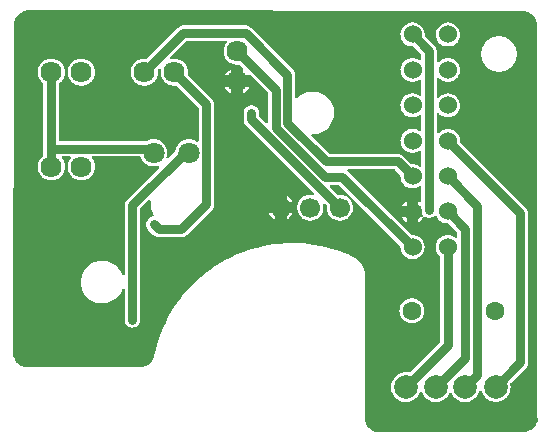
<source format=gbl>
G04 Layer: BottomLayer*
G04 EasyEDA v6.4.19.5, 2021-04-14T09:17:14--7:00*
G04 eb9943026e544659989be2c3a0539dbc,debd25b7e7f645e7808fdd9718494454,10*
G04 Gerber Generator version 0.2*
G04 Scale: 100 percent, Rotated: No, Reflected: No *
G04 Dimensions in millimeters *
G04 leading zeros omitted , absolute positions ,4 integer and 5 decimal *
%FSLAX45Y45*%
%MOMM*%

%ADD11C,0.8000*%
%ADD12C,0.6100*%
%ADD16C,1.7000*%
%ADD17C,1.5240*%
%ADD18C,1.8000*%
%ADD19C,1.7880*%
%ADD20C,1.6000*%
%ADD21C,2.0000*%

%LPD*%
G36*
X8840165Y4620310D02*
G01*
X8824772Y4621225D01*
X8811006Y4623612D01*
X8797645Y4627524D01*
X8784793Y4632909D01*
X8772652Y4639716D01*
X8761323Y4647844D01*
X8750960Y4657191D01*
X8741714Y4667605D01*
X8733688Y4678984D01*
X8727033Y4691227D01*
X8721750Y4704130D01*
X8717940Y4717542D01*
X8715654Y4731308D01*
X8714892Y4745634D01*
X8714892Y5948273D01*
X8713927Y5966663D01*
X8710777Y5986119D01*
X8710015Y5989370D01*
X8705494Y6005118D01*
X8704376Y6008268D01*
X8698077Y6023457D01*
X8696604Y6026454D01*
X8688679Y6040780D01*
X8686901Y6043625D01*
X8677351Y6056985D01*
X8675268Y6059576D01*
X8664295Y6071819D01*
X8661958Y6074156D01*
X8649716Y6085078D01*
X8647074Y6087160D01*
X8633663Y6096609D01*
X8630869Y6098387D01*
X8614359Y6107328D01*
X8569655Y6127546D01*
X8524036Y6145987D01*
X8477707Y6162497D01*
X8430768Y6177076D01*
X8383270Y6189726D01*
X8335264Y6200394D01*
X8286851Y6209080D01*
X8238134Y6215735D01*
X8189214Y6220409D01*
X8140090Y6223101D01*
X8090916Y6223711D01*
X8041792Y6222339D01*
X7992719Y6218936D01*
X7943850Y6213500D01*
X7895234Y6206032D01*
X7846974Y6196584D01*
X7799171Y6185204D01*
X7751876Y6171793D01*
X7705140Y6156502D01*
X7659065Y6139281D01*
X7613751Y6120180D01*
X7569301Y6099200D01*
X7525715Y6076442D01*
X7483094Y6051905D01*
X7441539Y6025642D01*
X7401102Y5997651D01*
X7361834Y5968034D01*
X7323836Y5936843D01*
X7287158Y5904077D01*
X7251852Y5869889D01*
X7217968Y5834227D01*
X7185609Y5797194D01*
X7154824Y5758891D01*
X7125563Y5719368D01*
X7098030Y5678627D01*
X7072172Y5636818D01*
X7048042Y5593943D01*
X7025741Y5550154D01*
X7005218Y5505450D01*
X6986574Y5459984D01*
X6969810Y5413756D01*
X6954977Y5366867D01*
X6942074Y5319420D01*
X6931406Y5272836D01*
X6927342Y5257850D01*
X6922109Y5244744D01*
X6915403Y5232298D01*
X6907326Y5220665D01*
X6897979Y5210048D01*
X6887514Y5200548D01*
X6875983Y5192318D01*
X6863638Y5185410D01*
X6850583Y5180025D01*
X6836968Y5176113D01*
X6823049Y5173726D01*
X6808520Y5172913D01*
X5860694Y5172913D01*
X5845200Y5173878D01*
X5831484Y5176266D01*
X5818124Y5180177D01*
X5805271Y5185562D01*
X5793079Y5192369D01*
X5781751Y5200497D01*
X5771438Y5209794D01*
X5762193Y5220258D01*
X5754166Y5231638D01*
X5747461Y5243880D01*
X5742228Y5256784D01*
X5738418Y5270195D01*
X5736132Y5283911D01*
X5735370Y5298236D01*
X5740654Y8060232D01*
X5741822Y8068462D01*
X5742787Y8083803D01*
X5745175Y8097520D01*
X5749086Y8110931D01*
X5754471Y8123783D01*
X5761278Y8135924D01*
X5769406Y8147253D01*
X5778703Y8157616D01*
X5789168Y8166862D01*
X5800547Y8174837D01*
X5812790Y8181543D01*
X5825693Y8186826D01*
X5839104Y8190636D01*
X5852871Y8192871D01*
X5867349Y8193684D01*
X5875782Y8194852D01*
X10030256Y8191500D01*
X10035032Y8190382D01*
X10041382Y8189518D01*
X10057079Y8189214D01*
X10071252Y8187283D01*
X10085120Y8183778D01*
X10098532Y8178647D01*
X10111232Y8172043D01*
X10123068Y8164017D01*
X10133888Y8154670D01*
X10143591Y8144103D01*
X10152024Y8132572D01*
X10159085Y8120075D01*
X10164622Y8106867D01*
X10168636Y8093151D01*
X10171023Y8079028D01*
X10172446Y8051038D01*
X10172446Y4763109D01*
X10173258Y4756505D01*
X10174935Y4751425D01*
X10177170Y4746599D01*
X10177881Y4744262D01*
X10178034Y4741824D01*
X10177576Y4734712D01*
X10175189Y4720996D01*
X10171277Y4707585D01*
X10165892Y4694732D01*
X10159085Y4682591D01*
X10150957Y4671263D01*
X10141610Y4660900D01*
X10131196Y4651654D01*
X10119766Y4643678D01*
X10107574Y4636973D01*
X10094671Y4631690D01*
X10081260Y4627880D01*
X10067493Y4625644D01*
X10053218Y4624832D01*
X10048494Y4624120D01*
X10043363Y4623003D01*
G37*

%LPC*%
G36*
X9059418Y4878171D02*
G01*
X9074556Y4879086D01*
X9089491Y4881829D01*
X9103969Y4886350D01*
X9117787Y4892548D01*
X9130792Y4900422D01*
X9142730Y4909769D01*
X9153448Y4920488D01*
X9162796Y4932426D01*
X9170670Y4945430D01*
X9176867Y4959248D01*
X9179306Y4964023D01*
X9182760Y4966563D01*
X9186926Y4967478D01*
X9191091Y4966563D01*
X9194546Y4964023D01*
X9196984Y4959248D01*
X9203182Y4945430D01*
X9211056Y4932426D01*
X9220403Y4920488D01*
X9231122Y4909769D01*
X9243060Y4900422D01*
X9256064Y4892548D01*
X9269882Y4886350D01*
X9284360Y4881829D01*
X9299295Y4879086D01*
X9314434Y4878171D01*
X9329572Y4879086D01*
X9344507Y4881829D01*
X9358985Y4886350D01*
X9372803Y4892548D01*
X9385808Y4900422D01*
X9397746Y4909769D01*
X9408464Y4920488D01*
X9417812Y4932426D01*
X9425686Y4945430D01*
X9428632Y4951933D01*
X9430816Y4955082D01*
X9434068Y4957165D01*
X9437878Y4957927D01*
X9441688Y4957165D01*
X9444939Y4955082D01*
X9447123Y4951933D01*
X9450070Y4945430D01*
X9457944Y4932426D01*
X9467291Y4920488D01*
X9478010Y4909769D01*
X9489948Y4900422D01*
X9502952Y4892548D01*
X9516770Y4886350D01*
X9531248Y4881829D01*
X9546183Y4879086D01*
X9561322Y4878171D01*
X9576460Y4879086D01*
X9591395Y4881829D01*
X9605873Y4886350D01*
X9619691Y4892548D01*
X9632696Y4900422D01*
X9644634Y4909769D01*
X9655352Y4920488D01*
X9664700Y4932426D01*
X9672574Y4945430D01*
X9678771Y4959248D01*
X9681819Y4968900D01*
X9683902Y4972608D01*
X9687306Y4975148D01*
X9691471Y4976012D01*
X9695688Y4975148D01*
X9699091Y4972608D01*
X9701174Y4968900D01*
X9703968Y4960061D01*
X9710166Y4946243D01*
X9718040Y4933238D01*
X9727387Y4921300D01*
X9738106Y4910582D01*
X9750044Y4901234D01*
X9763048Y4893360D01*
X9776866Y4887163D01*
X9791344Y4882642D01*
X9806279Y4879898D01*
X9821418Y4878984D01*
X9836556Y4879898D01*
X9851491Y4882642D01*
X9865969Y4887163D01*
X9879787Y4893360D01*
X9892792Y4901234D01*
X9904730Y4910582D01*
X9915448Y4921300D01*
X9924796Y4933238D01*
X9932670Y4946243D01*
X9938867Y4960061D01*
X9943388Y4974539D01*
X9946132Y4989474D01*
X9947046Y5004612D01*
X9946132Y5019751D01*
X9944506Y5028590D01*
X9944455Y5031841D01*
X9945420Y5034991D01*
X9947300Y5037632D01*
X10076840Y5167172D01*
X10083800Y5175300D01*
X10089184Y5184089D01*
X10093147Y5193588D01*
X10095534Y5203596D01*
X10096347Y5214264D01*
X10096347Y6475577D01*
X10095534Y6486245D01*
X10093147Y6496253D01*
X10089184Y6505752D01*
X10083800Y6514541D01*
X10076840Y6522669D01*
X9522307Y7076998D01*
X9520021Y7080453D01*
X9519361Y7084517D01*
X9519615Y7092188D01*
X9518243Y7105700D01*
X9515094Y7118959D01*
X9510217Y7131608D01*
X9503664Y7143546D01*
X9495586Y7154519D01*
X9486138Y7164273D01*
X9475470Y7172706D01*
X9463735Y7179665D01*
X9451238Y7184948D01*
X9438081Y7188555D01*
X9424619Y7190384D01*
X9411004Y7190384D01*
X9397542Y7188555D01*
X9384436Y7184948D01*
X9371888Y7179665D01*
X9360204Y7172706D01*
X9349536Y7164273D01*
X9339884Y7154316D01*
X9336633Y7152081D01*
X9332722Y7151268D01*
X9328759Y7151979D01*
X9325457Y7154164D01*
X9323222Y7157466D01*
X9322409Y7161428D01*
X9322409Y7316571D01*
X9323273Y7320584D01*
X9325610Y7323937D01*
X9329115Y7326071D01*
X9333179Y7326680D01*
X9337141Y7325664D01*
X9340342Y7323124D01*
X9343694Y7319162D01*
X9353804Y7310018D01*
X9364980Y7302296D01*
X9377121Y7296200D01*
X9389973Y7291730D01*
X9403334Y7288987D01*
X9416897Y7288123D01*
X9430461Y7288987D01*
X9443821Y7291730D01*
X9456674Y7296200D01*
X9468815Y7302296D01*
X9479991Y7310018D01*
X9490100Y7319162D01*
X9498888Y7329525D01*
X9506204Y7341006D01*
X9511944Y7353350D01*
X9515957Y7366304D01*
X9518243Y7379766D01*
X9518650Y7393330D01*
X9517329Y7406894D01*
X9514179Y7420102D01*
X9509252Y7432802D01*
X9502749Y7444740D01*
X9494672Y7455662D01*
X9485223Y7465466D01*
X9474555Y7473899D01*
X9462820Y7480808D01*
X9450324Y7486142D01*
X9437166Y7489748D01*
X9423704Y7491526D01*
X9410090Y7491526D01*
X9396628Y7489748D01*
X9383522Y7486142D01*
X9370974Y7480808D01*
X9359290Y7473899D01*
X9348571Y7465466D01*
X9339884Y7456474D01*
X9336633Y7454188D01*
X9332722Y7453375D01*
X9328759Y7454087D01*
X9325457Y7456322D01*
X9323222Y7459624D01*
X9322409Y7463536D01*
X9322409Y7616545D01*
X9323273Y7620558D01*
X9325610Y7623911D01*
X9329115Y7626096D01*
X9333179Y7626705D01*
X9337141Y7625638D01*
X9340342Y7623098D01*
X9343694Y7619136D01*
X9353804Y7609992D01*
X9364980Y7602321D01*
X9377121Y7596174D01*
X9389973Y7591704D01*
X9403334Y7589012D01*
X9416897Y7588097D01*
X9430461Y7589012D01*
X9443821Y7591704D01*
X9456674Y7596174D01*
X9468815Y7602321D01*
X9479991Y7609992D01*
X9490100Y7619136D01*
X9498888Y7629550D01*
X9506204Y7640980D01*
X9511944Y7653324D01*
X9515957Y7666329D01*
X9518243Y7679740D01*
X9518650Y7693355D01*
X9517329Y7706868D01*
X9514179Y7720126D01*
X9509252Y7732775D01*
X9502749Y7744714D01*
X9494672Y7755686D01*
X9485223Y7765440D01*
X9474555Y7773873D01*
X9462820Y7780832D01*
X9450324Y7786116D01*
X9437166Y7789722D01*
X9423704Y7791551D01*
X9410090Y7791551D01*
X9396628Y7789722D01*
X9383522Y7786116D01*
X9370974Y7780832D01*
X9359290Y7773873D01*
X9348571Y7765440D01*
X9339884Y7756448D01*
X9336633Y7754213D01*
X9332722Y7753350D01*
X9328759Y7754112D01*
X9325457Y7756296D01*
X9323222Y7759598D01*
X9322409Y7763509D01*
X9322409Y7849463D01*
X9321596Y7860131D01*
X9319209Y7870139D01*
X9315246Y7879638D01*
X9309862Y7888427D01*
X9302902Y7896555D01*
X9221368Y7978089D01*
X9219133Y7981543D01*
X9218422Y7985607D01*
X9218676Y7993329D01*
X9217304Y8006892D01*
X9214154Y8020100D01*
X9209278Y8032800D01*
X9202724Y8044738D01*
X9194647Y8055660D01*
X9185198Y8065465D01*
X9174530Y8073898D01*
X9162846Y8080806D01*
X9150299Y8086140D01*
X9137192Y8089747D01*
X9123680Y8091525D01*
X9110116Y8091525D01*
X9096603Y8089747D01*
X9083497Y8086140D01*
X9070949Y8080806D01*
X9059265Y8073898D01*
X9048597Y8065465D01*
X9039148Y8055660D01*
X9031071Y8044738D01*
X9024518Y8032800D01*
X9019641Y8020100D01*
X9016492Y8006892D01*
X9015120Y7993329D01*
X9015577Y7979765D01*
X9017863Y7966354D01*
X9021876Y7953349D01*
X9027617Y7941005D01*
X9034932Y7929524D01*
X9043720Y7919161D01*
X9053779Y7910017D01*
X9065006Y7902295D01*
X9077147Y7896199D01*
X9089999Y7891729D01*
X9103309Y7889036D01*
X9116923Y7888122D01*
X9120530Y7888325D01*
X9124797Y7887716D01*
X9128404Y7885379D01*
X9188145Y7825638D01*
X9190329Y7822336D01*
X9191142Y7818475D01*
X9191142Y7781747D01*
X9190126Y7777378D01*
X9187332Y7773822D01*
X9183268Y7771841D01*
X9178747Y7771841D01*
X9174530Y7773873D01*
X9162846Y7780832D01*
X9150299Y7786116D01*
X9137192Y7789722D01*
X9123680Y7791551D01*
X9110116Y7791551D01*
X9096603Y7789722D01*
X9083497Y7786116D01*
X9070949Y7780832D01*
X9059265Y7773873D01*
X9048597Y7765440D01*
X9039148Y7755686D01*
X9031071Y7744714D01*
X9024518Y7732775D01*
X9019641Y7720126D01*
X9016492Y7706868D01*
X9015120Y7693355D01*
X9015577Y7679740D01*
X9017863Y7666329D01*
X9021876Y7653324D01*
X9027617Y7640980D01*
X9034932Y7629550D01*
X9043720Y7619136D01*
X9053779Y7609992D01*
X9065006Y7602321D01*
X9077147Y7596174D01*
X9089999Y7591704D01*
X9103309Y7589012D01*
X9116923Y7588097D01*
X9130487Y7589012D01*
X9143796Y7591704D01*
X9156649Y7596174D01*
X9168790Y7602321D01*
X9175191Y7606741D01*
X9179255Y7608366D01*
X9183624Y7608163D01*
X9187535Y7606080D01*
X9190177Y7602626D01*
X9191142Y7598359D01*
X9191142Y7481773D01*
X9190126Y7477353D01*
X9187332Y7473848D01*
X9183268Y7471867D01*
X9178747Y7471867D01*
X9174530Y7473899D01*
X9162846Y7480808D01*
X9150299Y7486142D01*
X9137192Y7489748D01*
X9123680Y7491526D01*
X9110116Y7491526D01*
X9096603Y7489748D01*
X9083497Y7486142D01*
X9070949Y7480808D01*
X9059265Y7473899D01*
X9048597Y7465466D01*
X9039148Y7455662D01*
X9031071Y7444740D01*
X9024518Y7432802D01*
X9019641Y7420102D01*
X9016492Y7406894D01*
X9015120Y7393330D01*
X9015577Y7379766D01*
X9017863Y7366304D01*
X9021876Y7353350D01*
X9027617Y7341006D01*
X9034932Y7329525D01*
X9043720Y7319162D01*
X9053779Y7310018D01*
X9065006Y7302296D01*
X9077147Y7296200D01*
X9089999Y7291730D01*
X9103309Y7288987D01*
X9116923Y7288123D01*
X9130487Y7288987D01*
X9143796Y7291730D01*
X9156649Y7296200D01*
X9168790Y7302296D01*
X9175191Y7306716D01*
X9179255Y7308342D01*
X9183624Y7308138D01*
X9187535Y7306106D01*
X9190177Y7302601D01*
X9191142Y7298334D01*
X9191142Y7181748D01*
X9190126Y7177379D01*
X9187332Y7173823D01*
X9183268Y7171842D01*
X9178747Y7171842D01*
X9174530Y7173874D01*
X9162846Y7180834D01*
X9150299Y7186117D01*
X9137192Y7189724D01*
X9123680Y7191552D01*
X9110116Y7191552D01*
X9096603Y7189724D01*
X9083497Y7186117D01*
X9070949Y7180834D01*
X9059265Y7173874D01*
X9048597Y7165441D01*
X9039148Y7155688D01*
X9031071Y7144715D01*
X9024518Y7132777D01*
X9019641Y7120128D01*
X9016492Y7106869D01*
X9015120Y7093356D01*
X9015577Y7079742D01*
X9017863Y7066330D01*
X9021876Y7053325D01*
X9027617Y7040981D01*
X9034932Y7029551D01*
X9043720Y7019137D01*
X9053779Y7009993D01*
X9065006Y7002322D01*
X9077147Y6996175D01*
X9089999Y6991705D01*
X9103309Y6989013D01*
X9116923Y6988098D01*
X9130487Y6989013D01*
X9143796Y6991705D01*
X9156649Y6996175D01*
X9168790Y7002322D01*
X9175191Y7006742D01*
X9179255Y7008368D01*
X9183624Y7008164D01*
X9187535Y7006081D01*
X9190177Y7002627D01*
X9191142Y6998360D01*
X9191142Y6881774D01*
X9190126Y6877354D01*
X9187332Y6873849D01*
X9183268Y6871868D01*
X9178747Y6871868D01*
X9174530Y6873900D01*
X9162846Y6880809D01*
X9150299Y6886143D01*
X9137192Y6889750D01*
X9123680Y6891528D01*
X9112402Y6891528D01*
X9108490Y6892290D01*
X9105188Y6894525D01*
X9038844Y6960971D01*
X9030716Y6967931D01*
X9021978Y6973316D01*
X9012428Y6977278D01*
X9002420Y6979716D01*
X8991701Y6980529D01*
X8414156Y6980529D01*
X8410244Y6981342D01*
X8406942Y6983526D01*
X8262061Y7128357D01*
X8259825Y7131659D01*
X8259064Y7135622D01*
X8259876Y7139533D01*
X8262162Y7142835D01*
X8265515Y7144969D01*
X8269478Y7145680D01*
X8277910Y7145477D01*
X8296452Y7146899D01*
X8314740Y7150252D01*
X8332622Y7155434D01*
X8349843Y7162444D01*
X8366252Y7171181D01*
X8381695Y7181545D01*
X8395970Y7193483D01*
X8408924Y7206792D01*
X8420506Y7221372D01*
X8430463Y7237069D01*
X8438794Y7253731D01*
X8445347Y7271105D01*
X8450072Y7289088D01*
X8452967Y7307478D01*
X8453882Y7326020D01*
X8452967Y7344613D01*
X8450072Y7363002D01*
X8445347Y7380986D01*
X8438794Y7398359D01*
X8430463Y7415022D01*
X8420506Y7430719D01*
X8408924Y7445298D01*
X8395970Y7458608D01*
X8381695Y7470546D01*
X8366252Y7480909D01*
X8349843Y7489647D01*
X8332622Y7496657D01*
X8314740Y7501839D01*
X8296452Y7505192D01*
X8277910Y7506614D01*
X8259318Y7506157D01*
X8240877Y7503769D01*
X8222792Y7499502D01*
X8205216Y7493355D01*
X8188350Y7485481D01*
X8172399Y7475931D01*
X8157565Y7464755D01*
X8143900Y7452106D01*
X8141360Y7449210D01*
X8138109Y7446772D01*
X8134146Y7445756D01*
X8130133Y7446416D01*
X8126679Y7448600D01*
X8124342Y7451953D01*
X8123529Y7455916D01*
X8123529Y7648295D01*
X8122716Y7658963D01*
X8120329Y7668971D01*
X8116366Y7678470D01*
X8110981Y7687259D01*
X8104022Y7695387D01*
X7750759Y8048650D01*
X7742631Y8055609D01*
X7733842Y8060994D01*
X7724343Y8064957D01*
X7714335Y8067344D01*
X7703667Y8068157D01*
X7177430Y8068157D01*
X7166762Y8067344D01*
X7156754Y8064957D01*
X7147255Y8060994D01*
X7138466Y8055609D01*
X7130338Y8048650D01*
X6869277Y7787640D01*
X6866636Y7785709D01*
X6863486Y7784744D01*
X6845300Y7785811D01*
X6830872Y7784947D01*
X6816699Y7782204D01*
X6802932Y7777734D01*
X6789877Y7771587D01*
X6777685Y7763865D01*
X6766559Y7754670D01*
X6756653Y7744104D01*
X6748170Y7732420D01*
X6741210Y7719771D01*
X6735876Y7706359D01*
X6732320Y7692339D01*
X6730492Y7678013D01*
X6730492Y7663586D01*
X6732320Y7649260D01*
X6735876Y7635240D01*
X6741210Y7621828D01*
X6748170Y7609179D01*
X6756653Y7597495D01*
X6766559Y7586929D01*
X6777685Y7577734D01*
X6789877Y7570012D01*
X6802932Y7563866D01*
X6816699Y7559395D01*
X6830872Y7556652D01*
X6845300Y7555788D01*
X6859727Y7556652D01*
X6873900Y7559395D01*
X6887667Y7563866D01*
X6900722Y7570012D01*
X6912914Y7577734D01*
X6924040Y7586929D01*
X6933946Y7597495D01*
X6942429Y7609179D01*
X6949389Y7621828D01*
X6954723Y7635240D01*
X6958279Y7649260D01*
X6960108Y7663586D01*
X6960108Y7678013D01*
X6959092Y7686192D01*
X6959142Y7689240D01*
X6960158Y7692136D01*
X6961987Y7694625D01*
X6969252Y7701889D01*
X6972706Y7704175D01*
X6976872Y7704836D01*
X6980885Y7703820D01*
X6984187Y7701229D01*
X6986168Y7697571D01*
X6986473Y7693406D01*
X6984492Y7678013D01*
X6984492Y7663586D01*
X6986320Y7649260D01*
X6989876Y7635240D01*
X6995210Y7621828D01*
X7002170Y7609179D01*
X7010653Y7597495D01*
X7020559Y7586929D01*
X7031685Y7577734D01*
X7043877Y7570012D01*
X7056932Y7563866D01*
X7070699Y7559395D01*
X7084872Y7556652D01*
X7099300Y7555788D01*
X7117486Y7556855D01*
X7120636Y7555890D01*
X7123277Y7553959D01*
X7302703Y7374534D01*
X7304887Y7371232D01*
X7305700Y7367371D01*
X7305700Y7091375D01*
X7304735Y7087057D01*
X7301992Y7083552D01*
X7298029Y7081520D01*
X7293609Y7081367D01*
X7289546Y7083145D01*
X7285837Y7085838D01*
X7273137Y7092848D01*
X7259624Y7098182D01*
X7245553Y7101789D01*
X7231176Y7103618D01*
X7216648Y7103618D01*
X7202220Y7101789D01*
X7188149Y7098182D01*
X7174687Y7092848D01*
X7161936Y7085838D01*
X7150201Y7077303D01*
X7139584Y7067346D01*
X7130338Y7056170D01*
X7122566Y7043928D01*
X7116368Y7030770D01*
X7111898Y7016953D01*
X7109053Y7001916D01*
X7108037Y6999071D01*
X7106259Y6996633D01*
X7049871Y6940194D01*
X7046061Y6937806D01*
X7041591Y6937298D01*
X7037374Y6938721D01*
X7034123Y6941870D01*
X7032599Y6946087D01*
X7033006Y6950557D01*
X7035901Y6959447D01*
X7038644Y6973722D01*
X7039559Y6988200D01*
X7038644Y7002678D01*
X7035901Y7016953D01*
X7031431Y7030770D01*
X7025233Y7043928D01*
X7017461Y7056170D01*
X7008215Y7067346D01*
X6997598Y7077303D01*
X6985863Y7085838D01*
X6973112Y7092848D01*
X6959650Y7098182D01*
X6945579Y7101789D01*
X6931152Y7103618D01*
X6916623Y7103618D01*
X6902246Y7101789D01*
X6888175Y7098182D01*
X6874662Y7092848D01*
X6870446Y7090511D01*
X6868109Y7089597D01*
X6865569Y7089241D01*
X6133693Y7089241D01*
X6129832Y7090054D01*
X6126530Y7092238D01*
X6124346Y7095540D01*
X6123533Y7099401D01*
X6123533Y7571333D01*
X6124498Y7575651D01*
X6127242Y7579156D01*
X6136640Y7586929D01*
X6146546Y7597495D01*
X6155029Y7609179D01*
X6161989Y7621828D01*
X6167323Y7635240D01*
X6170879Y7649260D01*
X6172708Y7663586D01*
X6172708Y7678013D01*
X6170879Y7692339D01*
X6167323Y7706359D01*
X6161989Y7719771D01*
X6155029Y7732420D01*
X6146546Y7744104D01*
X6136640Y7754670D01*
X6125514Y7763865D01*
X6113322Y7771587D01*
X6100267Y7777734D01*
X6086500Y7782204D01*
X6072327Y7784947D01*
X6057900Y7785811D01*
X6043472Y7784947D01*
X6029299Y7782204D01*
X6015532Y7777734D01*
X6002477Y7771587D01*
X5990285Y7763865D01*
X5979160Y7754670D01*
X5969254Y7744104D01*
X5960770Y7732420D01*
X5953810Y7719771D01*
X5948476Y7706359D01*
X5944920Y7692339D01*
X5943092Y7678013D01*
X5943092Y7663586D01*
X5944920Y7649260D01*
X5948476Y7635240D01*
X5953810Y7621828D01*
X5960770Y7609179D01*
X5969254Y7597495D01*
X5979160Y7586929D01*
X5988558Y7579156D01*
X5991301Y7575651D01*
X5992266Y7571333D01*
X5992266Y6970166D01*
X5991301Y6965848D01*
X5988558Y6962343D01*
X5979160Y6954570D01*
X5969254Y6944004D01*
X5960770Y6932320D01*
X5953810Y6919671D01*
X5948476Y6906259D01*
X5944920Y6892239D01*
X5943092Y6877913D01*
X5943092Y6863486D01*
X5944920Y6849160D01*
X5948476Y6835140D01*
X5953810Y6821728D01*
X5960770Y6809079D01*
X5969254Y6797395D01*
X5979160Y6786829D01*
X5990285Y6777634D01*
X6002477Y6769912D01*
X6015532Y6763766D01*
X6029299Y6759295D01*
X6043472Y6756552D01*
X6057900Y6755688D01*
X6072327Y6756552D01*
X6086500Y6759295D01*
X6100267Y6763766D01*
X6113322Y6769912D01*
X6125514Y6777634D01*
X6136640Y6786829D01*
X6146546Y6797395D01*
X6155029Y6809079D01*
X6161989Y6821728D01*
X6167323Y6835140D01*
X6170879Y6849160D01*
X6172708Y6863486D01*
X6172708Y6877913D01*
X6170879Y6892239D01*
X6167323Y6906259D01*
X6161989Y6919671D01*
X6155029Y6932320D01*
X6148120Y6941820D01*
X6146393Y6945884D01*
X6146495Y6950303D01*
X6148527Y6954266D01*
X6152032Y6957009D01*
X6156350Y6957974D01*
X6213449Y6957974D01*
X6217767Y6957009D01*
X6221272Y6954266D01*
X6223304Y6950303D01*
X6223406Y6945884D01*
X6221679Y6941820D01*
X6214770Y6932320D01*
X6207810Y6919671D01*
X6202476Y6906259D01*
X6198920Y6892239D01*
X6197092Y6877913D01*
X6197092Y6863486D01*
X6198920Y6849160D01*
X6202476Y6835140D01*
X6207810Y6821728D01*
X6214770Y6809079D01*
X6223254Y6797395D01*
X6233160Y6786829D01*
X6244285Y6777634D01*
X6256477Y6769912D01*
X6269532Y6763766D01*
X6283299Y6759295D01*
X6297472Y6756552D01*
X6311900Y6755688D01*
X6326327Y6756552D01*
X6340500Y6759295D01*
X6354267Y6763766D01*
X6367322Y6769912D01*
X6379514Y6777634D01*
X6390640Y6786829D01*
X6400546Y6797395D01*
X6409029Y6809079D01*
X6415989Y6821728D01*
X6421323Y6835140D01*
X6424879Y6849160D01*
X6426708Y6863486D01*
X6426708Y6877913D01*
X6424879Y6892239D01*
X6421323Y6906259D01*
X6415989Y6919671D01*
X6409029Y6932320D01*
X6402120Y6941820D01*
X6400393Y6945884D01*
X6400495Y6950303D01*
X6402527Y6954266D01*
X6406032Y6957009D01*
X6410350Y6957974D01*
X6805015Y6957974D01*
X6809130Y6957059D01*
X6812534Y6954570D01*
X6814667Y6950913D01*
X6816394Y6945630D01*
X6822592Y6932472D01*
X6830364Y6920230D01*
X6839610Y6909053D01*
X6850176Y6899097D01*
X6861962Y6890562D01*
X6874662Y6883552D01*
X6888175Y6878218D01*
X6902246Y6874611D01*
X6916623Y6872782D01*
X6931152Y6872782D01*
X6945579Y6874611D01*
X6964730Y6879437D01*
X6968591Y6878574D01*
X6971842Y6876389D01*
X6973976Y6873087D01*
X6974738Y6869226D01*
X6973976Y6865366D01*
X6971741Y6862064D01*
X6698792Y6588963D01*
X6691884Y6580835D01*
X6686499Y6572046D01*
X6682536Y6562547D01*
X6680149Y6552539D01*
X6679336Y6541871D01*
X6679336Y5957011D01*
X6678523Y5953048D01*
X6676288Y5949746D01*
X6672935Y5947562D01*
X6668973Y5946851D01*
X6665061Y5947714D01*
X6661759Y5950000D01*
X6659625Y5953404D01*
X6655206Y5965139D01*
X6646925Y5981750D01*
X6636918Y5997448D01*
X6625386Y6012027D01*
X6612381Y6025388D01*
X6598107Y6037275D01*
X6582714Y6047689D01*
X6566255Y6056426D01*
X6549034Y6063437D01*
X6531203Y6068618D01*
X6512915Y6071920D01*
X6494373Y6073394D01*
X6475780Y6072886D01*
X6457289Y6070498D01*
X6439204Y6066231D01*
X6421628Y6060135D01*
X6404813Y6052261D01*
X6388862Y6042660D01*
X6373977Y6031534D01*
X6360312Y6018885D01*
X6348069Y6004915D01*
X6337300Y5989726D01*
X6328105Y5973572D01*
X6320688Y5956503D01*
X6314998Y5938824D01*
X6311188Y5920587D01*
X6309309Y5902096D01*
X6309309Y5883503D01*
X6311188Y5865012D01*
X6314998Y5846775D01*
X6320688Y5829096D01*
X6328105Y5812028D01*
X6337300Y5795873D01*
X6348069Y5780684D01*
X6360312Y5766714D01*
X6373977Y5754065D01*
X6388862Y5742940D01*
X6404813Y5733338D01*
X6421628Y5725464D01*
X6439204Y5719368D01*
X6457289Y5715101D01*
X6475780Y5712714D01*
X6494373Y5712206D01*
X6512915Y5713628D01*
X6531203Y5716981D01*
X6549034Y5722162D01*
X6566255Y5729173D01*
X6582714Y5737910D01*
X6598107Y5748324D01*
X6612381Y5760212D01*
X6625386Y5773572D01*
X6636918Y5788152D01*
X6646925Y5803849D01*
X6655206Y5820460D01*
X6659625Y5832195D01*
X6661759Y5835599D01*
X6665061Y5837885D01*
X6668973Y5838748D01*
X6672935Y5838037D01*
X6676288Y5835853D01*
X6678523Y5832551D01*
X6679336Y5828588D01*
X6679336Y5574182D01*
X6680149Y5563514D01*
X6682536Y5553506D01*
X6686499Y5544007D01*
X6691884Y5535218D01*
X6698589Y5527395D01*
X6706412Y5520690D01*
X6715201Y5515305D01*
X6724700Y5511342D01*
X6734708Y5508955D01*
X6744970Y5508142D01*
X6755231Y5508955D01*
X6765239Y5511342D01*
X6774738Y5515305D01*
X6783527Y5520690D01*
X6791350Y5527395D01*
X6798056Y5535218D01*
X6803440Y5544007D01*
X6807403Y5553506D01*
X6809790Y5563514D01*
X6810603Y5574182D01*
X6810603Y6510883D01*
X6811416Y6514795D01*
X6813600Y6518046D01*
X6882942Y6587490D01*
X6886397Y6589725D01*
X6890512Y6590436D01*
X6894525Y6589471D01*
X6897827Y6586981D01*
X6899808Y6583375D01*
X6900265Y6579260D01*
X6898487Y6562242D01*
X6898487Y6544157D01*
X6900367Y6526174D01*
X6904075Y6508445D01*
X6909562Y6491224D01*
X6916775Y6474663D01*
X6922820Y6463995D01*
X6924040Y6460439D01*
X6923887Y6456730D01*
X6922414Y6453276D01*
X6919772Y6450634D01*
X6916369Y6449110D01*
X6906310Y6446723D01*
X6896811Y6442760D01*
X6888022Y6437376D01*
X6880199Y6430670D01*
X6873494Y6422847D01*
X6868109Y6414058D01*
X6864146Y6404559D01*
X6861759Y6394551D01*
X6860946Y6384290D01*
X6861759Y6374028D01*
X6864146Y6364020D01*
X6868109Y6354521D01*
X6873494Y6345732D01*
X6880453Y6337604D01*
X6923074Y6294983D01*
X6931202Y6288024D01*
X6939991Y6282639D01*
X6949490Y6278676D01*
X6959498Y6276289D01*
X6970166Y6275476D01*
X7159345Y6275476D01*
X7170013Y6276289D01*
X7180021Y6278676D01*
X7189520Y6282639D01*
X7198309Y6288024D01*
X7206437Y6294983D01*
X7417460Y6506006D01*
X7424420Y6514134D01*
X7429804Y6522923D01*
X7433767Y6532422D01*
X7436154Y6542430D01*
X7436967Y6553098D01*
X7436967Y7398359D01*
X7436154Y7409027D01*
X7433767Y7419035D01*
X7429804Y7428534D01*
X7424420Y7437323D01*
X7417460Y7445451D01*
X7215987Y7646974D01*
X7214158Y7649464D01*
X7213142Y7652359D01*
X7213092Y7655407D01*
X7214108Y7663586D01*
X7214108Y7678013D01*
X7212279Y7692339D01*
X7208723Y7706359D01*
X7203389Y7719771D01*
X7196429Y7732420D01*
X7187946Y7744104D01*
X7178040Y7754670D01*
X7166914Y7763865D01*
X7154722Y7771587D01*
X7141667Y7777734D01*
X7127900Y7782204D01*
X7113727Y7784947D01*
X7099300Y7785811D01*
X7084872Y7784947D01*
X7077049Y7783423D01*
X7072731Y7783525D01*
X7068921Y7785404D01*
X7066127Y7788656D01*
X7065009Y7792770D01*
X7065619Y7796987D01*
X7067956Y7800594D01*
X7201255Y7933893D01*
X7204557Y7936077D01*
X7208418Y7936890D01*
X7535113Y7936890D01*
X7538872Y7936179D01*
X7542072Y7934096D01*
X7544308Y7931048D01*
X7545273Y7927340D01*
X7544816Y7923580D01*
X7542936Y7920228D01*
X7539634Y7916214D01*
X7531912Y7904022D01*
X7525766Y7890967D01*
X7521295Y7877200D01*
X7518552Y7863027D01*
X7517688Y7848600D01*
X7518552Y7834172D01*
X7521295Y7819999D01*
X7525766Y7806232D01*
X7531912Y7793177D01*
X7539634Y7780985D01*
X7548829Y7769859D01*
X7559395Y7759953D01*
X7571079Y7751470D01*
X7583728Y7744510D01*
X7597140Y7739176D01*
X7611160Y7735620D01*
X7625486Y7733792D01*
X7639913Y7733792D01*
X7648092Y7734808D01*
X7651140Y7734757D01*
X7654036Y7733741D01*
X7656525Y7731912D01*
X7680756Y7707680D01*
X7682992Y7704378D01*
X7683753Y7700518D01*
X7683753Y7645653D01*
X7738618Y7645653D01*
X7742478Y7644892D01*
X7745780Y7642656D01*
X7892999Y7495438D01*
X7895183Y7492136D01*
X7895996Y7488275D01*
X7895996Y7246518D01*
X7895183Y7242606D01*
X7892999Y7239355D01*
X7889697Y7237120D01*
X7885836Y7236358D01*
X7881924Y7237120D01*
X7878622Y7239355D01*
X7820964Y7297013D01*
X7818780Y7300315D01*
X7817967Y7304176D01*
X7817967Y7324699D01*
X7817154Y7335367D01*
X7814767Y7345375D01*
X7810804Y7354874D01*
X7805420Y7363663D01*
X7798714Y7371486D01*
X7790891Y7378192D01*
X7782102Y7383576D01*
X7772603Y7387539D01*
X7762595Y7389926D01*
X7752334Y7390739D01*
X7742072Y7389926D01*
X7732064Y7387539D01*
X7722565Y7383576D01*
X7713776Y7378192D01*
X7705953Y7371486D01*
X7699248Y7363663D01*
X7693863Y7354874D01*
X7689900Y7345375D01*
X7687513Y7335367D01*
X7686700Y7324699D01*
X7686700Y7273188D01*
X7687513Y7262520D01*
X7689900Y7252512D01*
X7693863Y7243013D01*
X7699248Y7234224D01*
X7706207Y7226096D01*
X8283397Y6648856D01*
X8285734Y6645300D01*
X8286343Y6641033D01*
X8285175Y6636918D01*
X8282431Y6633667D01*
X8278520Y6631787D01*
X8274253Y6631736D01*
X8265312Y6633464D01*
X8251190Y6634378D01*
X8237067Y6633464D01*
X8223148Y6630771D01*
X8209686Y6626301D01*
X8196884Y6620154D01*
X8184997Y6612381D01*
X8174228Y6603187D01*
X8164677Y6592722D01*
X8156600Y6581089D01*
X8150047Y6568541D01*
X8145119Y6555231D01*
X8141970Y6541414D01*
X8140598Y6527292D01*
X8141055Y6513118D01*
X8143341Y6499098D01*
X8147354Y6485534D01*
X8153095Y6472580D01*
X8160461Y6460439D01*
X8169300Y6449364D01*
X8179460Y6439509D01*
X8190839Y6431026D01*
X8203184Y6424066D01*
X8216341Y6418732D01*
X8230057Y6415125D01*
X8244078Y6413347D01*
X8258302Y6413347D01*
X8272322Y6415125D01*
X8286038Y6418732D01*
X8299196Y6424066D01*
X8311540Y6431026D01*
X8322919Y6439509D01*
X8333079Y6449364D01*
X8341918Y6460439D01*
X8349284Y6472580D01*
X8355025Y6485534D01*
X8359038Y6499098D01*
X8361324Y6513118D01*
X8361781Y6527292D01*
X8360409Y6541414D01*
X8359241Y6546494D01*
X8359190Y6550812D01*
X8360968Y6554774D01*
X8364220Y6557619D01*
X8368385Y6558889D01*
X8372703Y6558280D01*
X8376310Y6555943D01*
X8388654Y6543598D01*
X8391042Y6539839D01*
X8391601Y6535420D01*
X8390788Y6527292D01*
X8391245Y6513118D01*
X8393531Y6499098D01*
X8397544Y6485534D01*
X8403285Y6472580D01*
X8410651Y6460439D01*
X8419490Y6449364D01*
X8429650Y6439509D01*
X8441029Y6431026D01*
X8453374Y6424066D01*
X8466531Y6418732D01*
X8480247Y6415125D01*
X8494268Y6413347D01*
X8508492Y6413347D01*
X8522512Y6415125D01*
X8536228Y6418732D01*
X8549386Y6424066D01*
X8561730Y6431026D01*
X8573109Y6439509D01*
X8583269Y6449364D01*
X8592108Y6460439D01*
X8599474Y6472580D01*
X8605215Y6485534D01*
X8609228Y6499098D01*
X8611514Y6513118D01*
X8611971Y6527292D01*
X8610600Y6541414D01*
X8607450Y6555231D01*
X8602522Y6568541D01*
X8595969Y6581089D01*
X8587892Y6592722D01*
X8578342Y6603187D01*
X8567572Y6612381D01*
X8555685Y6620154D01*
X8542883Y6626301D01*
X8529421Y6630771D01*
X8515502Y6633464D01*
X8501380Y6634378D01*
X8489238Y6633565D01*
X8485022Y6634225D01*
X8481415Y6636562D01*
X8416645Y6701332D01*
X8414410Y6704634D01*
X8413648Y6708546D01*
X8414410Y6712407D01*
X8416645Y6715709D01*
X8419896Y6717893D01*
X8423808Y6718706D01*
X8491067Y6718706D01*
X8494928Y6717893D01*
X8498230Y6715709D01*
X9012224Y6201714D01*
X9014612Y6197955D01*
X9015120Y6193332D01*
X9015577Y6179718D01*
X9017863Y6166307D01*
X9021876Y6153353D01*
X9027617Y6141008D01*
X9034932Y6129528D01*
X9043720Y6119164D01*
X9053779Y6110020D01*
X9065006Y6102299D01*
X9077147Y6096203D01*
X9089999Y6091732D01*
X9103309Y6088989D01*
X9116923Y6088126D01*
X9130487Y6088989D01*
X9143796Y6091732D01*
X9156649Y6096203D01*
X9168790Y6102299D01*
X9180017Y6110020D01*
X9190075Y6119164D01*
X9198864Y6129528D01*
X9206179Y6141008D01*
X9211919Y6153353D01*
X9215932Y6166307D01*
X9218218Y6179718D01*
X9218676Y6193332D01*
X9217304Y6206896D01*
X9214154Y6220104D01*
X9209278Y6232804D01*
X9202724Y6244742D01*
X9194647Y6255664D01*
X9185198Y6265468D01*
X9174530Y6273901D01*
X9162846Y6280810D01*
X9150299Y6286144D01*
X9137192Y6289700D01*
X9123680Y6291529D01*
X9112300Y6291529D01*
X9108440Y6292291D01*
X9105138Y6294526D01*
X8569147Y6830466D01*
X8565642Y6834581D01*
X8564575Y6838543D01*
X8565235Y6842607D01*
X8567369Y6846062D01*
X8570722Y6848398D01*
X8574735Y6849262D01*
X8960662Y6849262D01*
X8964574Y6848449D01*
X8967876Y6846265D01*
X9012224Y6801764D01*
X9014612Y6798005D01*
X9015120Y6793331D01*
X9015577Y6779768D01*
X9017863Y6766306D01*
X9021876Y6753352D01*
X9027617Y6741007D01*
X9034932Y6729526D01*
X9043720Y6719163D01*
X9053779Y6710019D01*
X9065006Y6702298D01*
X9077147Y6696202D01*
X9089999Y6691731D01*
X9103309Y6688988D01*
X9116923Y6688124D01*
X9130487Y6688988D01*
X9143796Y6691731D01*
X9156649Y6696202D01*
X9168790Y6702298D01*
X9175191Y6706717D01*
X9179255Y6708343D01*
X9183624Y6708140D01*
X9187535Y6706108D01*
X9190177Y6702602D01*
X9191142Y6698335D01*
X9191142Y6581749D01*
X9190126Y6577380D01*
X9187332Y6573824D01*
X9183268Y6571843D01*
X9178747Y6571843D01*
X9174530Y6573875D01*
X9162846Y6580835D01*
X9161373Y6581444D01*
X9161373Y6534404D01*
X9180982Y6534404D01*
X9184843Y6533591D01*
X9188145Y6531406D01*
X9190329Y6528104D01*
X9191142Y6524244D01*
X9191142Y6504076D01*
X9191955Y6493408D01*
X9194342Y6483400D01*
X9198305Y6473901D01*
X9203690Y6465112D01*
X9206128Y6462217D01*
X9208008Y6458915D01*
X9208566Y6455105D01*
X9207601Y6451396D01*
X9205417Y6448298D01*
X9202166Y6446215D01*
X9198406Y6445504D01*
X9161373Y6445504D01*
X9161373Y6398564D01*
X9168790Y6402324D01*
X9180017Y6409994D01*
X9190075Y6419138D01*
X9198864Y6429552D01*
X9206179Y6440982D01*
X9207500Y6443827D01*
X9210090Y6447231D01*
X9213799Y6449314D01*
X9218015Y6449618D01*
X9222028Y6448247D01*
X9227007Y6445199D01*
X9236506Y6441236D01*
X9246514Y6438849D01*
X9256776Y6438036D01*
X9267037Y6438849D01*
X9277045Y6441236D01*
X9286544Y6445199D01*
X9295333Y6450584D01*
X9304629Y6458610D01*
X9307880Y6460591D01*
X9311589Y6461302D01*
X9315348Y6460540D01*
X9318548Y6458508D01*
X9320784Y6455410D01*
X9326778Y6442456D01*
X9334093Y6430975D01*
X9342882Y6420612D01*
X9352940Y6411468D01*
X9364167Y6403797D01*
X9376308Y6397650D01*
X9389160Y6393180D01*
X9402521Y6390487D01*
X9416084Y6389573D01*
X9419945Y6389827D01*
X9424162Y6389217D01*
X9427768Y6386880D01*
X9494723Y6319926D01*
X9496907Y6316624D01*
X9497720Y6312763D01*
X9497720Y6275171D01*
X9496704Y6270802D01*
X9493910Y6267246D01*
X9489846Y6265265D01*
X9485325Y6265265D01*
X9481261Y6267196D01*
X9471812Y6274663D01*
X9460128Y6281572D01*
X9447580Y6286906D01*
X9434474Y6290462D01*
X9421012Y6292291D01*
X9407398Y6292291D01*
X9393936Y6290462D01*
X9380778Y6286906D01*
X9368282Y6281572D01*
X9356547Y6274663D01*
X9345879Y6266230D01*
X9336430Y6256426D01*
X9328353Y6245504D01*
X9321800Y6233566D01*
X9316923Y6220866D01*
X9313773Y6207607D01*
X9312402Y6194094D01*
X9312859Y6180480D01*
X9315145Y6167069D01*
X9319158Y6154115D01*
X9324898Y6141770D01*
X9332214Y6130290D01*
X9341002Y6119876D01*
X9345269Y6116066D01*
X9347708Y6112611D01*
X9348622Y6108496D01*
X9348622Y5390032D01*
X9347809Y5386171D01*
X9345625Y5382869D01*
X9092488Y5129682D01*
X9089847Y5127802D01*
X9086697Y5126837D01*
X9083446Y5126888D01*
X9074556Y5128514D01*
X9059418Y5129428D01*
X9044279Y5128514D01*
X9029344Y5125770D01*
X9014866Y5121249D01*
X9001048Y5115052D01*
X8988044Y5107178D01*
X8976106Y5097830D01*
X8965387Y5087112D01*
X8956040Y5075174D01*
X8948166Y5062169D01*
X8941968Y5048351D01*
X8937447Y5033873D01*
X8934704Y5018938D01*
X8933789Y5003800D01*
X8934704Y4988661D01*
X8937447Y4973726D01*
X8941968Y4959248D01*
X8948166Y4945430D01*
X8956040Y4932426D01*
X8965387Y4920488D01*
X8976106Y4909769D01*
X8988044Y4900422D01*
X9001048Y4892548D01*
X9014866Y4886350D01*
X9029344Y4881829D01*
X9044279Y4879086D01*
G37*
G36*
X9111538Y5545886D02*
G01*
X9125305Y5546750D01*
X9138869Y5549442D01*
X9151924Y5553913D01*
X9164320Y5560009D01*
X9175800Y5567680D01*
X9186214Y5576824D01*
X9195308Y5587187D01*
X9202978Y5598668D01*
X9209125Y5611063D01*
X9213545Y5624169D01*
X9216237Y5637733D01*
X9217152Y5651500D01*
X9216237Y5665266D01*
X9213545Y5678830D01*
X9209125Y5691936D01*
X9202978Y5704332D01*
X9195308Y5715812D01*
X9186214Y5726176D01*
X9175800Y5735320D01*
X9164320Y5742990D01*
X9151924Y5749086D01*
X9138869Y5753557D01*
X9125305Y5756249D01*
X9111538Y5757113D01*
X9097721Y5756249D01*
X9084157Y5753557D01*
X9071102Y5749086D01*
X9058706Y5742990D01*
X9047226Y5735320D01*
X9036812Y5726176D01*
X9027718Y5715812D01*
X9020048Y5704332D01*
X9013901Y5691936D01*
X9009481Y5678830D01*
X9006789Y5665266D01*
X9005874Y5651500D01*
X9006789Y5637733D01*
X9009481Y5624169D01*
X9013901Y5611063D01*
X9020048Y5598668D01*
X9027718Y5587187D01*
X9036812Y5576824D01*
X9047226Y5567680D01*
X9058706Y5560009D01*
X9071102Y5553913D01*
X9084157Y5549442D01*
X9097721Y5546750D01*
G37*
G36*
X9072473Y6398564D02*
G01*
X9072473Y6445504D01*
X9025534Y6445504D01*
X9027617Y6440982D01*
X9034932Y6429552D01*
X9043720Y6419138D01*
X9053779Y6409994D01*
X9065006Y6402324D01*
G37*
G36*
X8050123Y6424523D02*
G01*
X8061604Y6431026D01*
X8072983Y6439509D01*
X8083143Y6449364D01*
X8091982Y6460439D01*
X8099348Y6472580D01*
X8100364Y6474866D01*
X8050123Y6474866D01*
G37*
G36*
X7952384Y6424523D02*
G01*
X7952384Y6474866D01*
X7902143Y6474866D01*
X7903159Y6472580D01*
X7910525Y6460439D01*
X7919364Y6449364D01*
X7929524Y6439509D01*
X7940903Y6431026D01*
G37*
G36*
X9025382Y6534404D02*
G01*
X9072473Y6534404D01*
X9072473Y6581444D01*
X9070949Y6580835D01*
X9059265Y6573875D01*
X9048597Y6565442D01*
X9039148Y6555689D01*
X9031071Y6544716D01*
G37*
G36*
X7902194Y6572605D02*
G01*
X7952384Y6572605D01*
X7952384Y6622745D01*
X7946948Y6620154D01*
X7935061Y6612381D01*
X7924292Y6603187D01*
X7914741Y6592722D01*
X7906664Y6581089D01*
G37*
G36*
X8050123Y6572605D02*
G01*
X8100314Y6572605D01*
X8095843Y6581089D01*
X8087766Y6592722D01*
X8078216Y6603187D01*
X8067446Y6612381D01*
X8055559Y6620154D01*
X8050123Y6622745D01*
G37*
G36*
X7683753Y7491628D02*
G01*
X7694320Y7497470D01*
X7706004Y7505953D01*
X7716570Y7515859D01*
X7725765Y7526985D01*
X7733487Y7539177D01*
X7735570Y7543546D01*
X7683753Y7543546D01*
G37*
G36*
X7581646Y7491628D02*
G01*
X7581646Y7543546D01*
X7529830Y7543546D01*
X7531912Y7539177D01*
X7539634Y7526985D01*
X7548829Y7515859D01*
X7559395Y7505953D01*
X7571079Y7497470D01*
G37*
G36*
X6311900Y7555788D02*
G01*
X6326327Y7556652D01*
X6340500Y7559395D01*
X6354267Y7563866D01*
X6367322Y7570012D01*
X6379514Y7577734D01*
X6390640Y7586929D01*
X6400546Y7597495D01*
X6409029Y7609179D01*
X6415989Y7621828D01*
X6421323Y7635240D01*
X6424879Y7649260D01*
X6426708Y7663586D01*
X6426708Y7678013D01*
X6424879Y7692339D01*
X6421323Y7706359D01*
X6415989Y7719771D01*
X6409029Y7732420D01*
X6400546Y7744104D01*
X6390640Y7754670D01*
X6379514Y7763865D01*
X6367322Y7771587D01*
X6354267Y7777734D01*
X6340500Y7782204D01*
X6326327Y7784947D01*
X6311900Y7785811D01*
X6297472Y7784947D01*
X6283299Y7782204D01*
X6269532Y7777734D01*
X6256477Y7771587D01*
X6244285Y7763865D01*
X6233160Y7754670D01*
X6223254Y7744104D01*
X6214770Y7732420D01*
X6207810Y7719771D01*
X6202476Y7706359D01*
X6198920Y7692339D01*
X6197092Y7678013D01*
X6197092Y7663586D01*
X6198920Y7649260D01*
X6202476Y7635240D01*
X6207810Y7621828D01*
X6214770Y7609179D01*
X6223254Y7597495D01*
X6233160Y7586929D01*
X6244285Y7577734D01*
X6256477Y7570012D01*
X6269532Y7563866D01*
X6283299Y7559395D01*
X6297472Y7556652D01*
G37*
G36*
X7529830Y7645653D02*
G01*
X7581646Y7645653D01*
X7581646Y7697571D01*
X7571079Y7691729D01*
X7559395Y7683246D01*
X7548829Y7673340D01*
X7539634Y7662214D01*
X7531912Y7650022D01*
G37*
G36*
X9848291Y7673848D02*
G01*
X9865156Y7674762D01*
X9881819Y7677607D01*
X9898024Y7682280D01*
X9913670Y7688732D01*
X9928453Y7696911D01*
X9942220Y7706715D01*
X9954818Y7717942D01*
X9966045Y7730540D01*
X9975850Y7744307D01*
X9984028Y7759090D01*
X9990480Y7774736D01*
X9995154Y7790942D01*
X9997998Y7807604D01*
X9998913Y7824470D01*
X9997998Y7841335D01*
X9995154Y7857998D01*
X9990480Y7874203D01*
X9984028Y7889849D01*
X9975850Y7904632D01*
X9966045Y7918399D01*
X9954818Y7930997D01*
X9942220Y7942224D01*
X9928453Y7952028D01*
X9913670Y7960207D01*
X9898024Y7966659D01*
X9881819Y7971332D01*
X9865156Y7974177D01*
X9848291Y7975092D01*
X9831425Y7974177D01*
X9814763Y7971332D01*
X9798558Y7966659D01*
X9782911Y7960207D01*
X9768128Y7952028D01*
X9754362Y7942224D01*
X9741763Y7930997D01*
X9730536Y7918399D01*
X9720732Y7904632D01*
X9712553Y7889849D01*
X9706102Y7874203D01*
X9701428Y7857998D01*
X9698583Y7841335D01*
X9697669Y7824470D01*
X9698583Y7807604D01*
X9701428Y7790942D01*
X9706102Y7774736D01*
X9712553Y7759090D01*
X9720732Y7744307D01*
X9730536Y7730540D01*
X9741763Y7717942D01*
X9754362Y7706715D01*
X9768128Y7696911D01*
X9782911Y7688732D01*
X9798558Y7682280D01*
X9814763Y7677607D01*
X9831425Y7674762D01*
G37*
G36*
X9416897Y7888122D02*
G01*
X9430461Y7889036D01*
X9443821Y7891729D01*
X9456674Y7896199D01*
X9468815Y7902295D01*
X9479991Y7910017D01*
X9490100Y7919161D01*
X9498888Y7929524D01*
X9506204Y7941005D01*
X9511944Y7953349D01*
X9515957Y7966354D01*
X9518243Y7979765D01*
X9518650Y7993329D01*
X9517329Y8006892D01*
X9514179Y8020100D01*
X9509252Y8032800D01*
X9502749Y8044738D01*
X9494672Y8055660D01*
X9485223Y8065465D01*
X9474555Y8073898D01*
X9462820Y8080806D01*
X9450324Y8086140D01*
X9437166Y8089747D01*
X9423704Y8091525D01*
X9410090Y8091525D01*
X9396628Y8089747D01*
X9383522Y8086140D01*
X9370974Y8080806D01*
X9359290Y8073898D01*
X9348571Y8065465D01*
X9339122Y8055660D01*
X9331045Y8044738D01*
X9324543Y8032800D01*
X9319615Y8020100D01*
X9316466Y8006892D01*
X9315145Y7993329D01*
X9315602Y7979765D01*
X9317837Y7966354D01*
X9321850Y7953349D01*
X9327591Y7941005D01*
X9334906Y7929524D01*
X9343694Y7919161D01*
X9353804Y7910017D01*
X9364980Y7902295D01*
X9377121Y7896199D01*
X9389973Y7891729D01*
X9403334Y7889036D01*
G37*

%LPD*%
D11*
X7632700Y7848600D02*
G01*
X7961629Y7519670D01*
X7961629Y7199629D01*
X8376920Y6784339D01*
X8522461Y6784339D01*
X9116822Y6189979D01*
X9314434Y5003800D02*
G01*
X9563354Y5252720D01*
X9563354Y6344157D01*
X9416034Y6491478D01*
X9059418Y5003800D02*
G01*
X9414256Y5358637D01*
X9414256Y6190742D01*
X9561322Y5003800D02*
G01*
X9663938Y5106415D01*
X9663938Y6541515D01*
X9417811Y6787642D01*
X9821418Y5004562D02*
G01*
X10030713Y5213857D01*
X10030713Y6475984D01*
X9417811Y7088631D01*
X9256775Y6503670D02*
G01*
X9256775Y7849870D01*
X9116822Y7989823D01*
X6845300Y7670800D02*
G01*
X7177024Y8002523D01*
X7704074Y8002523D01*
X8057895Y7648702D01*
X8057895Y7239508D01*
X8382761Y6914895D01*
X8992108Y6914895D01*
X9116822Y6789928D01*
X6057900Y7023608D02*
G01*
X6888479Y7023608D01*
X6923786Y6988302D01*
X6057900Y7670800D02*
G01*
X6057900Y7023608D01*
X6057900Y7023608D02*
G01*
X6057900Y6870700D01*
X8501379Y6523736D02*
G01*
X7752334Y7272781D01*
X7752334Y7325105D01*
X6744970Y5573776D02*
G01*
X6744970Y6542278D01*
X7190740Y6988302D01*
X7224013Y6988302D01*
X7632700Y7594600D02*
G01*
X7632700Y6892289D01*
X8001254Y6523736D01*
X7099300Y7670800D02*
G01*
X7371334Y7398765D01*
X7371334Y6552692D01*
X7159752Y6341110D01*
X6969759Y6341110D01*
X6926579Y6384289D01*
D16*
G01*
X8001254Y6523736D03*
G01*
X8251190Y6523736D03*
G01*
X8501379Y6523736D03*
D17*
G01*
X9416084Y6491401D03*
G01*
X9414205Y6190691D03*
G01*
X9417811Y6787591D03*
G01*
X9417811Y7088759D03*
G01*
X9416897Y7389926D03*
G01*
X9416897Y7689926D03*
G01*
X9416897Y7989925D03*
G01*
X9116898Y7989925D03*
G01*
X9116898Y7689926D03*
G01*
X9116898Y7389926D03*
G01*
X9116898Y7089927D03*
G01*
X9116898Y6789928D03*
G01*
X9116898Y6489928D03*
G01*
X9116898Y6189929D03*
D18*
G01*
X6923887Y6988200D03*
G01*
X7223886Y6988200D03*
D19*
G01*
X7099300Y7670800D03*
G01*
X6845300Y7670800D03*
D20*
G01*
X9811511Y5651500D03*
G01*
X9111513Y5651500D03*
D19*
G01*
X6311900Y6870700D03*
G01*
X6057900Y6870700D03*
G01*
X6311900Y7670800D03*
G01*
X6057900Y7670800D03*
G01*
X7632700Y7594600D03*
G01*
X7632700Y7848600D03*
D21*
G01*
X9561322Y5003800D03*
G01*
X9821418Y5004612D03*
G01*
X9314434Y5003800D03*
G01*
X9059418Y5003800D03*
D12*
G01*
X9256775Y6503670D03*
G01*
X7752334Y7325105D03*
G01*
X6744970Y5573776D03*
G01*
X6926579Y6384289D03*
M02*

</source>
